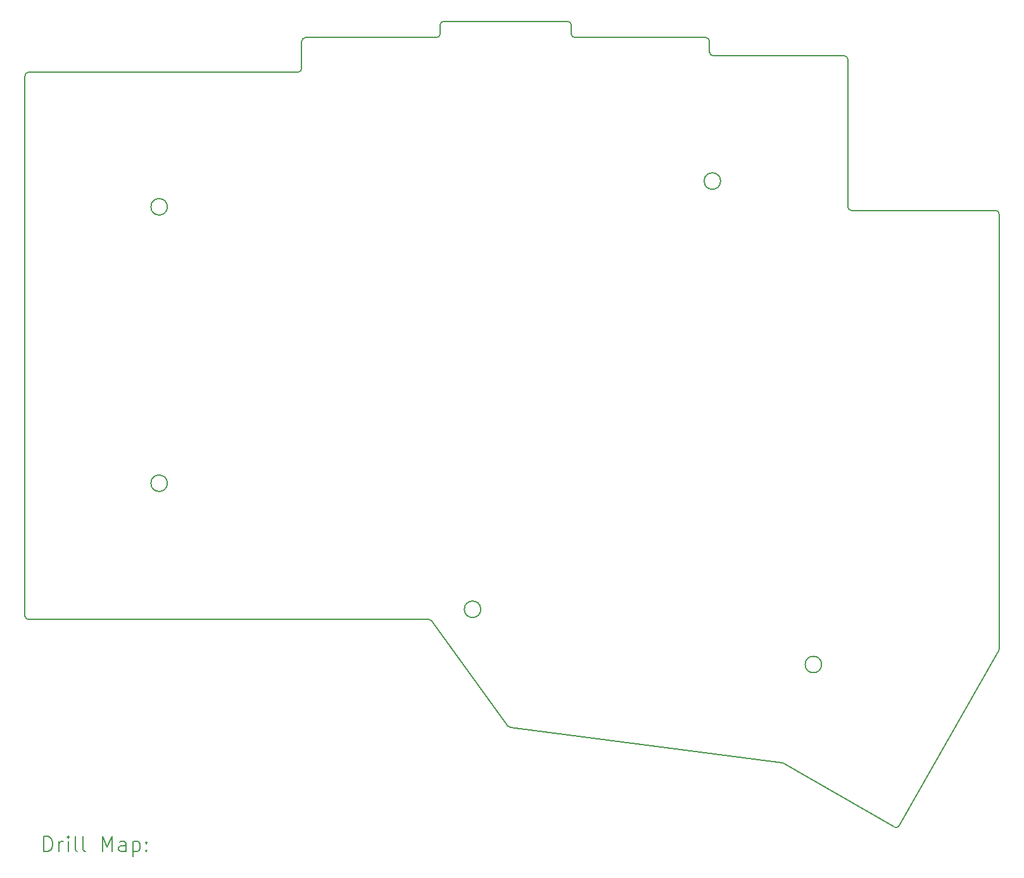
<source format=gbr>
%TF.GenerationSoftware,KiCad,Pcbnew,8.0.8+1*%
%TF.CreationDate,2025-03-02T13:34:37+00:00*%
%TF.ProjectId,backplate,6261636b-706c-4617-9465-2e6b69636164,0.2*%
%TF.SameCoordinates,Original*%
%TF.FileFunction,Drillmap*%
%TF.FilePolarity,Positive*%
%FSLAX45Y45*%
G04 Gerber Fmt 4.5, Leading zero omitted, Abs format (unit mm)*
G04 Created by KiCad (PCBNEW 8.0.8+1) date 2025-03-02 13:34:37*
%MOMM*%
%LPD*%
G01*
G04 APERTURE LIST*
%ADD10C,0.150000*%
%ADD11C,0.200000*%
G04 APERTURE END LIST*
D10*
X9131699Y-10849749D02*
X9131501Y-3622750D01*
X9181500Y-3572749D02*
X12781501Y-3572651D01*
X12831500Y-3522651D02*
X12831500Y-3160250D01*
X12881500Y-3110250D02*
X14631500Y-3110250D01*
X14681500Y-3060250D02*
X14681500Y-2940950D01*
X14731500Y-2890950D02*
X16384300Y-2890950D01*
X16434300Y-2940950D02*
X16434300Y-3060250D01*
X16484300Y-3110250D02*
X18234300Y-3110250D01*
X18284300Y-3160250D02*
X18284300Y-3303304D01*
X18334296Y-3353304D02*
X20084244Y-3353446D01*
X20134240Y-3403506D02*
X20131861Y-5372690D01*
X22125300Y-11363410D02*
X20821272Y-13657791D01*
X20752803Y-13676386D02*
X19277748Y-12824763D01*
X19259239Y-12818488D02*
X15625859Y-12342796D01*
X15591861Y-12322556D02*
X14575723Y-10920164D01*
X14535232Y-10899501D02*
X9181701Y-10899748D01*
X20181860Y-5422750D02*
X22106800Y-5422750D01*
X22156800Y-5472750D02*
X22156800Y-11295452D01*
X22150101Y-11320452D02*
X22125300Y-11363410D01*
X9131501Y-3622750D02*
G75*
G02*
X9181500Y-3572751I49999J0D01*
G01*
X12831500Y-3522651D02*
G75*
G02*
X12781501Y-3572650I-50000J1D01*
G01*
X12831500Y-3160250D02*
G75*
G02*
X12881500Y-3110250I50000J0D01*
G01*
X14681500Y-3060250D02*
G75*
G02*
X14631500Y-3110250I-50000J0D01*
G01*
X14681500Y-2940950D02*
G75*
G02*
X14731500Y-2890950I50000J0D01*
G01*
X16384300Y-2890950D02*
G75*
G02*
X16434300Y-2940950I0J-50000D01*
G01*
X16484300Y-3110250D02*
G75*
G02*
X16434300Y-3060250I0J50000D01*
G01*
X18234300Y-3110250D02*
G75*
G02*
X18284300Y-3160250I0J-50000D01*
G01*
X18334296Y-3353304D02*
G75*
G02*
X18284296Y-3303304I4J50004D01*
G01*
X20084244Y-3353446D02*
G75*
G02*
X20134244Y-3403506I-4J-50004D01*
G01*
X20181860Y-5422750D02*
G75*
G02*
X20131860Y-5372690I0J50000D01*
G01*
X22106800Y-5422750D02*
G75*
G02*
X22156800Y-5472750I0J-50000D01*
G01*
X22156800Y-11295452D02*
G75*
G02*
X22150100Y-11320452I-50000J3D01*
G01*
X20821272Y-13657791D02*
G75*
G02*
X20752802Y-13676388I-43472J24711D01*
G01*
X19259239Y-12818488D02*
G75*
G02*
X19277749Y-12824762I-6489J-49582D01*
G01*
X15625859Y-12342796D02*
G75*
G02*
X15591861Y-12322556I6491J49576D01*
G01*
X14535232Y-10899501D02*
G75*
G02*
X14575720Y-10920166I-2J-49999D01*
G01*
X9181701Y-10899748D02*
G75*
G02*
X9131702Y-10849749I-1J49998D01*
G01*
X11035000Y-5375000D02*
G75*
G02*
X10815000Y-5375000I-110000J0D01*
G01*
X10815000Y-5375000D02*
G75*
G02*
X11035000Y-5375000I110000J0D01*
G01*
X11035000Y-9075000D02*
G75*
G02*
X10815000Y-9075000I-110000J0D01*
G01*
X10815000Y-9075000D02*
G75*
G02*
X11035000Y-9075000I110000J0D01*
G01*
X18431800Y-5029850D02*
G75*
G02*
X18211800Y-5029850I-110000J0D01*
G01*
X18211800Y-5029850D02*
G75*
G02*
X18431800Y-5029850I110000J0D01*
G01*
X15225700Y-10761500D02*
G75*
G02*
X15005700Y-10761500I-110000J0D01*
G01*
X15005700Y-10761500D02*
G75*
G02*
X15225700Y-10761500I110000J0D01*
G01*
X19782460Y-11500675D02*
G75*
G02*
X19562460Y-11500675I-110000J0D01*
G01*
X19562460Y-11500675D02*
G75*
G02*
X19782460Y-11500675I110000J0D01*
G01*
D11*
X9384778Y-14002069D02*
X9384778Y-13802069D01*
X9384778Y-13802069D02*
X9432397Y-13802069D01*
X9432397Y-13802069D02*
X9460969Y-13811592D01*
X9460969Y-13811592D02*
X9480016Y-13830640D01*
X9480016Y-13830640D02*
X9489540Y-13849688D01*
X9489540Y-13849688D02*
X9499064Y-13887783D01*
X9499064Y-13887783D02*
X9499064Y-13916354D01*
X9499064Y-13916354D02*
X9489540Y-13954449D01*
X9489540Y-13954449D02*
X9480016Y-13973497D01*
X9480016Y-13973497D02*
X9460969Y-13992545D01*
X9460969Y-13992545D02*
X9432397Y-14002069D01*
X9432397Y-14002069D02*
X9384778Y-14002069D01*
X9584778Y-14002069D02*
X9584778Y-13868735D01*
X9584778Y-13906830D02*
X9594302Y-13887783D01*
X9594302Y-13887783D02*
X9603826Y-13878259D01*
X9603826Y-13878259D02*
X9622873Y-13868735D01*
X9622873Y-13868735D02*
X9641921Y-13868735D01*
X9708588Y-14002069D02*
X9708588Y-13868735D01*
X9708588Y-13802069D02*
X9699064Y-13811592D01*
X9699064Y-13811592D02*
X9708588Y-13821116D01*
X9708588Y-13821116D02*
X9718112Y-13811592D01*
X9718112Y-13811592D02*
X9708588Y-13802069D01*
X9708588Y-13802069D02*
X9708588Y-13821116D01*
X9832397Y-14002069D02*
X9813350Y-13992545D01*
X9813350Y-13992545D02*
X9803826Y-13973497D01*
X9803826Y-13973497D02*
X9803826Y-13802069D01*
X9937159Y-14002069D02*
X9918112Y-13992545D01*
X9918112Y-13992545D02*
X9908588Y-13973497D01*
X9908588Y-13973497D02*
X9908588Y-13802069D01*
X10165731Y-14002069D02*
X10165731Y-13802069D01*
X10165731Y-13802069D02*
X10232397Y-13944926D01*
X10232397Y-13944926D02*
X10299064Y-13802069D01*
X10299064Y-13802069D02*
X10299064Y-14002069D01*
X10480016Y-14002069D02*
X10480016Y-13897307D01*
X10480016Y-13897307D02*
X10470493Y-13878259D01*
X10470493Y-13878259D02*
X10451445Y-13868735D01*
X10451445Y-13868735D02*
X10413350Y-13868735D01*
X10413350Y-13868735D02*
X10394302Y-13878259D01*
X10480016Y-13992545D02*
X10460969Y-14002069D01*
X10460969Y-14002069D02*
X10413350Y-14002069D01*
X10413350Y-14002069D02*
X10394302Y-13992545D01*
X10394302Y-13992545D02*
X10384778Y-13973497D01*
X10384778Y-13973497D02*
X10384778Y-13954449D01*
X10384778Y-13954449D02*
X10394302Y-13935402D01*
X10394302Y-13935402D02*
X10413350Y-13925878D01*
X10413350Y-13925878D02*
X10460969Y-13925878D01*
X10460969Y-13925878D02*
X10480016Y-13916354D01*
X10575254Y-13868735D02*
X10575254Y-14068735D01*
X10575254Y-13878259D02*
X10594302Y-13868735D01*
X10594302Y-13868735D02*
X10632397Y-13868735D01*
X10632397Y-13868735D02*
X10651445Y-13878259D01*
X10651445Y-13878259D02*
X10660969Y-13887783D01*
X10660969Y-13887783D02*
X10670493Y-13906830D01*
X10670493Y-13906830D02*
X10670493Y-13963973D01*
X10670493Y-13963973D02*
X10660969Y-13983021D01*
X10660969Y-13983021D02*
X10651445Y-13992545D01*
X10651445Y-13992545D02*
X10632397Y-14002069D01*
X10632397Y-14002069D02*
X10594302Y-14002069D01*
X10594302Y-14002069D02*
X10575254Y-13992545D01*
X10756207Y-13983021D02*
X10765731Y-13992545D01*
X10765731Y-13992545D02*
X10756207Y-14002069D01*
X10756207Y-14002069D02*
X10746683Y-13992545D01*
X10746683Y-13992545D02*
X10756207Y-13983021D01*
X10756207Y-13983021D02*
X10756207Y-14002069D01*
X10756207Y-13878259D02*
X10765731Y-13887783D01*
X10765731Y-13887783D02*
X10756207Y-13897307D01*
X10756207Y-13897307D02*
X10746683Y-13887783D01*
X10746683Y-13887783D02*
X10756207Y-13878259D01*
X10756207Y-13878259D02*
X10756207Y-13897307D01*
M02*

</source>
